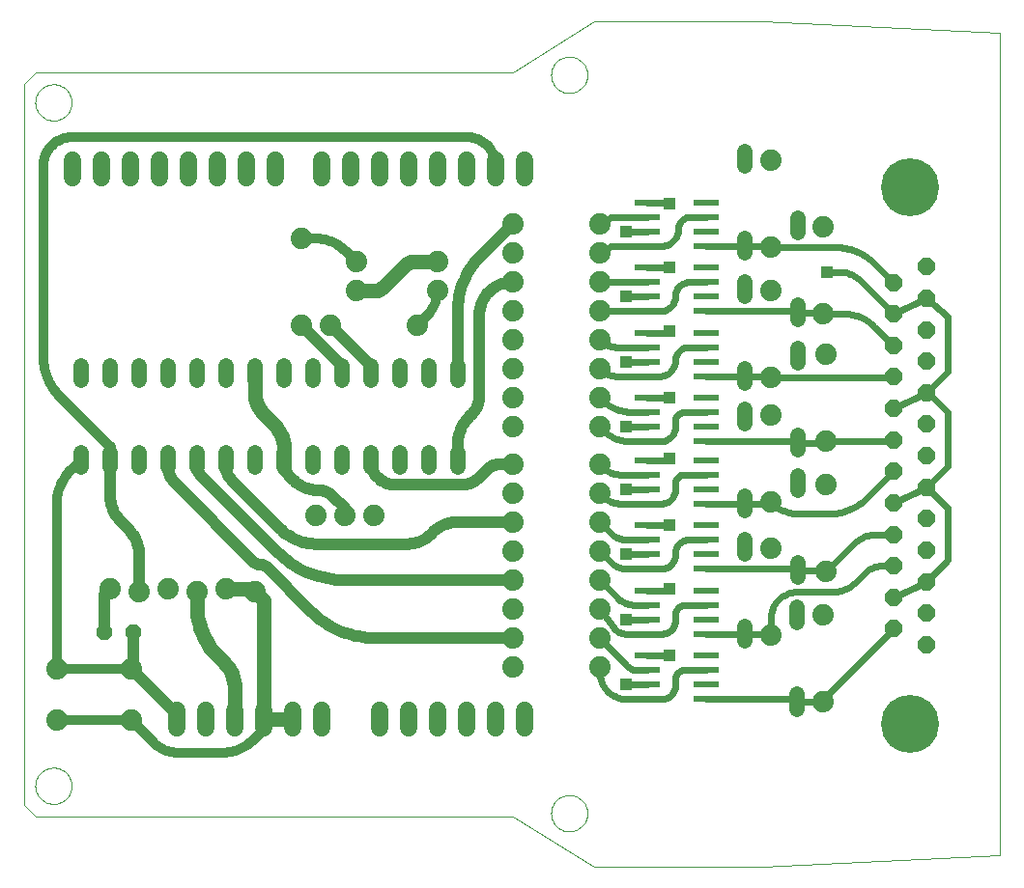
<source format=gtl>
G75*
G70*
%OFA0B0*%
%FSLAX24Y24*%
%IPPOS*%
%LPD*%
%AMOC8*
5,1,8,0,0,1.08239X$1,22.5*
%
%ADD10C,0.0000*%
%ADD11C,0.0600*%
%ADD12C,0.0520*%
%ADD13C,0.0740*%
%ADD14OC8,0.0520*%
%ADD15R,0.0866X0.0236*%
%ADD16OC8,0.0600*%
%ADD17C,0.2000*%
%ADD18C,0.0500*%
%ADD19C,0.0320*%
%ADD20C,0.0400*%
%ADD21C,0.0240*%
%ADD22R,0.0396X0.0396*%
D10*
X000143Y002250D02*
X000543Y001850D01*
X016993Y001850D01*
X019793Y000100D01*
X025593Y000100D01*
X033793Y000500D01*
X033793Y028900D01*
X025593Y029300D01*
X019793Y029300D01*
X016993Y027550D01*
X000543Y027550D01*
X000143Y027150D01*
X000143Y002250D01*
X000518Y002900D02*
X000520Y002950D01*
X000526Y002999D01*
X000536Y003048D01*
X000549Y003095D01*
X000567Y003142D01*
X000588Y003187D01*
X000612Y003230D01*
X000640Y003271D01*
X000671Y003310D01*
X000705Y003346D01*
X000742Y003380D01*
X000782Y003410D01*
X000823Y003437D01*
X000867Y003461D01*
X000912Y003481D01*
X000959Y003497D01*
X001007Y003510D01*
X001056Y003519D01*
X001106Y003524D01*
X001155Y003525D01*
X001205Y003522D01*
X001254Y003515D01*
X001303Y003504D01*
X001350Y003490D01*
X001396Y003471D01*
X001441Y003449D01*
X001484Y003424D01*
X001524Y003395D01*
X001562Y003363D01*
X001598Y003329D01*
X001631Y003291D01*
X001660Y003251D01*
X001686Y003209D01*
X001709Y003165D01*
X001728Y003119D01*
X001744Y003072D01*
X001756Y003023D01*
X001764Y002974D01*
X001768Y002925D01*
X001768Y002875D01*
X001764Y002826D01*
X001756Y002777D01*
X001744Y002728D01*
X001728Y002681D01*
X001709Y002635D01*
X001686Y002591D01*
X001660Y002549D01*
X001631Y002509D01*
X001598Y002471D01*
X001562Y002437D01*
X001524Y002405D01*
X001484Y002376D01*
X001441Y002351D01*
X001396Y002329D01*
X001350Y002310D01*
X001303Y002296D01*
X001254Y002285D01*
X001205Y002278D01*
X001155Y002275D01*
X001106Y002276D01*
X001056Y002281D01*
X001007Y002290D01*
X000959Y002303D01*
X000912Y002319D01*
X000867Y002339D01*
X000823Y002363D01*
X000782Y002390D01*
X000742Y002420D01*
X000705Y002454D01*
X000671Y002490D01*
X000640Y002529D01*
X000612Y002570D01*
X000588Y002613D01*
X000567Y002658D01*
X000549Y002705D01*
X000536Y002752D01*
X000526Y002801D01*
X000520Y002850D01*
X000518Y002900D01*
X018318Y001950D02*
X018320Y002000D01*
X018326Y002049D01*
X018336Y002098D01*
X018349Y002145D01*
X018367Y002192D01*
X018388Y002237D01*
X018412Y002280D01*
X018440Y002321D01*
X018471Y002360D01*
X018505Y002396D01*
X018542Y002430D01*
X018582Y002460D01*
X018623Y002487D01*
X018667Y002511D01*
X018712Y002531D01*
X018759Y002547D01*
X018807Y002560D01*
X018856Y002569D01*
X018906Y002574D01*
X018955Y002575D01*
X019005Y002572D01*
X019054Y002565D01*
X019103Y002554D01*
X019150Y002540D01*
X019196Y002521D01*
X019241Y002499D01*
X019284Y002474D01*
X019324Y002445D01*
X019362Y002413D01*
X019398Y002379D01*
X019431Y002341D01*
X019460Y002301D01*
X019486Y002259D01*
X019509Y002215D01*
X019528Y002169D01*
X019544Y002122D01*
X019556Y002073D01*
X019564Y002024D01*
X019568Y001975D01*
X019568Y001925D01*
X019564Y001876D01*
X019556Y001827D01*
X019544Y001778D01*
X019528Y001731D01*
X019509Y001685D01*
X019486Y001641D01*
X019460Y001599D01*
X019431Y001559D01*
X019398Y001521D01*
X019362Y001487D01*
X019324Y001455D01*
X019284Y001426D01*
X019241Y001401D01*
X019196Y001379D01*
X019150Y001360D01*
X019103Y001346D01*
X019054Y001335D01*
X019005Y001328D01*
X018955Y001325D01*
X018906Y001326D01*
X018856Y001331D01*
X018807Y001340D01*
X018759Y001353D01*
X018712Y001369D01*
X018667Y001389D01*
X018623Y001413D01*
X018582Y001440D01*
X018542Y001470D01*
X018505Y001504D01*
X018471Y001540D01*
X018440Y001579D01*
X018412Y001620D01*
X018388Y001663D01*
X018367Y001708D01*
X018349Y001755D01*
X018336Y001802D01*
X018326Y001851D01*
X018320Y001900D01*
X018318Y001950D01*
X000518Y026500D02*
X000520Y026550D01*
X000526Y026599D01*
X000536Y026648D01*
X000549Y026695D01*
X000567Y026742D01*
X000588Y026787D01*
X000612Y026830D01*
X000640Y026871D01*
X000671Y026910D01*
X000705Y026946D01*
X000742Y026980D01*
X000782Y027010D01*
X000823Y027037D01*
X000867Y027061D01*
X000912Y027081D01*
X000959Y027097D01*
X001007Y027110D01*
X001056Y027119D01*
X001106Y027124D01*
X001155Y027125D01*
X001205Y027122D01*
X001254Y027115D01*
X001303Y027104D01*
X001350Y027090D01*
X001396Y027071D01*
X001441Y027049D01*
X001484Y027024D01*
X001524Y026995D01*
X001562Y026963D01*
X001598Y026929D01*
X001631Y026891D01*
X001660Y026851D01*
X001686Y026809D01*
X001709Y026765D01*
X001728Y026719D01*
X001744Y026672D01*
X001756Y026623D01*
X001764Y026574D01*
X001768Y026525D01*
X001768Y026475D01*
X001764Y026426D01*
X001756Y026377D01*
X001744Y026328D01*
X001728Y026281D01*
X001709Y026235D01*
X001686Y026191D01*
X001660Y026149D01*
X001631Y026109D01*
X001598Y026071D01*
X001562Y026037D01*
X001524Y026005D01*
X001484Y025976D01*
X001441Y025951D01*
X001396Y025929D01*
X001350Y025910D01*
X001303Y025896D01*
X001254Y025885D01*
X001205Y025878D01*
X001155Y025875D01*
X001106Y025876D01*
X001056Y025881D01*
X001007Y025890D01*
X000959Y025903D01*
X000912Y025919D01*
X000867Y025939D01*
X000823Y025963D01*
X000782Y025990D01*
X000742Y026020D01*
X000705Y026054D01*
X000671Y026090D01*
X000640Y026129D01*
X000612Y026170D01*
X000588Y026213D01*
X000567Y026258D01*
X000549Y026305D01*
X000536Y026352D01*
X000526Y026401D01*
X000520Y026450D01*
X000518Y026500D01*
X018318Y027450D02*
X018320Y027500D01*
X018326Y027549D01*
X018336Y027598D01*
X018349Y027645D01*
X018367Y027692D01*
X018388Y027737D01*
X018412Y027780D01*
X018440Y027821D01*
X018471Y027860D01*
X018505Y027896D01*
X018542Y027930D01*
X018582Y027960D01*
X018623Y027987D01*
X018667Y028011D01*
X018712Y028031D01*
X018759Y028047D01*
X018807Y028060D01*
X018856Y028069D01*
X018906Y028074D01*
X018955Y028075D01*
X019005Y028072D01*
X019054Y028065D01*
X019103Y028054D01*
X019150Y028040D01*
X019196Y028021D01*
X019241Y027999D01*
X019284Y027974D01*
X019324Y027945D01*
X019362Y027913D01*
X019398Y027879D01*
X019431Y027841D01*
X019460Y027801D01*
X019486Y027759D01*
X019509Y027715D01*
X019528Y027669D01*
X019544Y027622D01*
X019556Y027573D01*
X019564Y027524D01*
X019568Y027475D01*
X019568Y027425D01*
X019564Y027376D01*
X019556Y027327D01*
X019544Y027278D01*
X019528Y027231D01*
X019509Y027185D01*
X019486Y027141D01*
X019460Y027099D01*
X019431Y027059D01*
X019398Y027021D01*
X019362Y026987D01*
X019324Y026955D01*
X019284Y026926D01*
X019241Y026901D01*
X019196Y026879D01*
X019150Y026860D01*
X019103Y026846D01*
X019054Y026835D01*
X019005Y026828D01*
X018955Y026825D01*
X018906Y026826D01*
X018856Y026831D01*
X018807Y026840D01*
X018759Y026853D01*
X018712Y026869D01*
X018667Y026889D01*
X018623Y026913D01*
X018582Y026940D01*
X018542Y026970D01*
X018505Y027004D01*
X018471Y027040D01*
X018440Y027079D01*
X018412Y027120D01*
X018388Y027163D01*
X018367Y027208D01*
X018349Y027255D01*
X018336Y027302D01*
X018326Y027351D01*
X018320Y027400D01*
X018318Y027450D01*
D11*
X017393Y024500D02*
X017393Y023900D01*
X016393Y023900D02*
X016393Y024500D01*
X015393Y024500D02*
X015393Y023900D01*
X014393Y023900D02*
X014393Y024500D01*
X013393Y024500D02*
X013393Y023900D01*
X012393Y023900D02*
X012393Y024500D01*
X011393Y024500D02*
X011393Y023900D01*
X010393Y023900D02*
X010393Y024500D01*
X008793Y024500D02*
X008793Y023900D01*
X007793Y023900D02*
X007793Y024500D01*
X006793Y024500D02*
X006793Y023900D01*
X005793Y023900D02*
X005793Y024500D01*
X004793Y024500D02*
X004793Y023900D01*
X003793Y023900D02*
X003793Y024500D01*
X002793Y024500D02*
X002793Y023900D01*
X001793Y023900D02*
X001793Y024500D01*
X005393Y005500D02*
X005393Y004900D01*
X006393Y004900D02*
X006393Y005500D01*
X007393Y005500D02*
X007393Y004900D01*
X008393Y004900D02*
X008393Y005500D01*
X009393Y005500D02*
X009393Y004900D01*
X010393Y004900D02*
X010393Y005500D01*
X012393Y005500D02*
X012393Y004900D01*
X013393Y004900D02*
X013393Y005500D01*
X014393Y005500D02*
X014393Y004900D01*
X015393Y004900D02*
X015393Y005500D01*
X016393Y005500D02*
X016393Y004900D01*
X017393Y004900D02*
X017393Y005500D01*
D12*
X024993Y007890D02*
X024993Y008410D01*
X026793Y008540D02*
X026793Y009060D01*
X026843Y010090D02*
X026843Y010610D01*
X024993Y010890D02*
X024993Y011410D01*
X024993Y012390D02*
X024993Y012910D01*
X026843Y013090D02*
X026843Y013610D01*
X026843Y014490D02*
X026843Y015010D01*
X024993Y015390D02*
X024993Y015910D01*
X024993Y016790D02*
X024993Y017310D01*
X026843Y017490D02*
X026843Y018010D01*
X026843Y018990D02*
X026843Y019510D01*
X024993Y019790D02*
X024993Y020310D01*
X024993Y021290D02*
X024993Y021810D01*
X026843Y021990D02*
X026843Y022510D01*
X024993Y024290D02*
X024993Y024810D01*
X015093Y017410D02*
X015093Y016890D01*
X014093Y016890D02*
X014093Y017410D01*
X013093Y017410D02*
X013093Y016890D01*
X012093Y016890D02*
X012093Y017410D01*
X011093Y017410D02*
X011093Y016890D01*
X010093Y016890D02*
X010093Y017410D01*
X009093Y017410D02*
X009093Y016890D01*
X008093Y016890D02*
X008093Y017410D01*
X007093Y017410D02*
X007093Y016890D01*
X006093Y016890D02*
X006093Y017410D01*
X005093Y017410D02*
X005093Y016890D01*
X004093Y016890D02*
X004093Y017410D01*
X003093Y017410D02*
X003093Y016890D01*
X002093Y016890D02*
X002093Y017410D01*
X002093Y014410D02*
X002093Y013890D01*
X003093Y013890D02*
X003093Y014410D01*
X004093Y014410D02*
X004093Y013890D01*
X005093Y013890D02*
X005093Y014410D01*
X006093Y014410D02*
X006093Y013890D01*
X007093Y013890D02*
X007093Y014410D01*
X008093Y014410D02*
X008093Y013890D01*
X009093Y013890D02*
X009093Y014410D01*
X010093Y014410D02*
X010093Y013890D01*
X011093Y013890D02*
X011093Y014410D01*
X012093Y014410D02*
X012093Y013890D01*
X013093Y013890D02*
X013093Y014410D01*
X014093Y014410D02*
X014093Y013890D01*
X015093Y013890D02*
X015093Y014410D01*
X026793Y006060D02*
X026793Y005540D01*
D13*
X027693Y005800D03*
X025893Y008100D03*
X027693Y008800D03*
X027793Y010300D03*
X025893Y011100D03*
X025893Y012700D03*
X027793Y013300D03*
X027793Y014800D03*
X025893Y015700D03*
X025893Y017000D03*
X027793Y017800D03*
X027693Y019200D03*
X025893Y020000D03*
X025893Y021500D03*
X027693Y022200D03*
X025893Y024500D03*
X019993Y022300D03*
X019993Y021300D03*
X019993Y020300D03*
X019993Y019300D03*
X019993Y018300D03*
X019993Y017300D03*
X019993Y016300D03*
X019993Y015300D03*
X019993Y014000D03*
X019993Y013000D03*
X019993Y012000D03*
X019993Y011000D03*
X019993Y010000D03*
X019993Y009000D03*
X019993Y008000D03*
X019993Y007000D03*
X016993Y007000D03*
X016993Y008000D03*
X016993Y009000D03*
X016993Y010000D03*
X016993Y011000D03*
X016993Y012000D03*
X016993Y013000D03*
X016993Y014000D03*
X016993Y015300D03*
X016993Y016300D03*
X016993Y017300D03*
X016993Y018300D03*
X016993Y019300D03*
X016993Y020300D03*
X016993Y021300D03*
X016993Y022300D03*
X014393Y021000D03*
X014393Y020000D03*
X013693Y018800D03*
X011593Y020000D03*
X011593Y021000D03*
X009693Y021800D03*
X009693Y018800D03*
X010693Y018800D03*
X010193Y012250D03*
X011193Y012250D03*
X012193Y012250D03*
X008093Y009600D03*
X007093Y009700D03*
X006093Y009600D03*
X005093Y009700D03*
X004093Y009600D03*
X003093Y009700D03*
X003823Y006940D03*
X003823Y005160D03*
X001263Y005160D03*
X001263Y006940D03*
D14*
X002893Y008200D03*
X003893Y008200D03*
D15*
X021620Y008150D03*
X021620Y008650D03*
X021620Y009150D03*
X021620Y009650D03*
X021620Y010400D03*
X021620Y010900D03*
X021620Y011400D03*
X021620Y011900D03*
X021620Y012650D03*
X021620Y013150D03*
X021620Y013650D03*
X021620Y014150D03*
X021620Y014800D03*
X021620Y015300D03*
X021620Y015800D03*
X021620Y016300D03*
X021620Y017050D03*
X021620Y017550D03*
X021620Y018050D03*
X021620Y018550D03*
X021620Y019300D03*
X021620Y019800D03*
X021620Y020300D03*
X021620Y020800D03*
X021620Y021550D03*
X021620Y022050D03*
X021620Y022550D03*
X021620Y023050D03*
X023667Y023050D03*
X023667Y022550D03*
X023667Y022050D03*
X023667Y021550D03*
X023667Y020800D03*
X023667Y020300D03*
X023667Y019800D03*
X023667Y019300D03*
X023667Y018550D03*
X023667Y018050D03*
X023667Y017550D03*
X023667Y017050D03*
X023667Y016300D03*
X023667Y015800D03*
X023667Y015300D03*
X023667Y014800D03*
X023667Y014150D03*
X023667Y013650D03*
X023667Y013150D03*
X023667Y012650D03*
X023667Y011900D03*
X023667Y011400D03*
X023667Y010900D03*
X023667Y010400D03*
X023667Y009650D03*
X023667Y009150D03*
X023667Y008650D03*
X023667Y008150D03*
X023667Y007400D03*
X023667Y006900D03*
X023667Y006400D03*
X023667Y005900D03*
X021620Y005900D03*
X021620Y006400D03*
X021620Y006900D03*
X021620Y007400D03*
D16*
X030133Y008320D03*
X031253Y007780D03*
X031253Y008870D03*
X031253Y009950D03*
X030133Y009410D03*
X030133Y010500D03*
X031253Y011040D03*
X030133Y011580D03*
X031253Y012130D03*
X031253Y013210D03*
X030133Y012670D03*
X030133Y013760D03*
X031253Y014300D03*
X030133Y014840D03*
X031253Y015390D03*
X030133Y015930D03*
X030133Y017020D03*
X031253Y017560D03*
X031253Y016470D03*
X030133Y018100D03*
X031253Y018650D03*
X030133Y019190D03*
X030133Y020280D03*
X031253Y020820D03*
X031253Y019730D03*
D17*
X030693Y023560D03*
X030693Y005040D03*
D18*
X013564Y021000D02*
X013524Y020998D01*
X013484Y020992D01*
X013444Y020982D01*
X013406Y020969D01*
X013370Y020951D01*
X013335Y020931D01*
X013303Y020906D01*
X013273Y020879D01*
X012510Y020117D01*
X012228Y020000D02*
X011593Y020000D01*
X012228Y020000D02*
X012267Y020002D01*
X012306Y020008D01*
X012344Y020017D01*
X012381Y020030D01*
X012417Y020047D01*
X012450Y020067D01*
X012482Y020091D01*
X012511Y020117D01*
X013564Y021000D02*
X014393Y021000D01*
X008093Y016437D02*
X008095Y016381D01*
X008100Y016324D01*
X008108Y016269D01*
X008120Y016213D01*
X008135Y016159D01*
X008154Y016106D01*
X008175Y016054D01*
X008200Y016003D01*
X008228Y015954D01*
X008258Y015906D01*
X008292Y015861D01*
X008328Y015818D01*
X008367Y015777D01*
X008367Y015776D02*
X008759Y015384D01*
X009093Y014577D02*
X009093Y014150D01*
X009093Y014577D02*
X009091Y014641D01*
X009086Y014705D01*
X009077Y014768D01*
X009064Y014831D01*
X009048Y014893D01*
X009029Y014954D01*
X009006Y015014D01*
X008980Y015072D01*
X008951Y015129D01*
X008918Y015184D01*
X008883Y015237D01*
X008844Y015288D01*
X008803Y015337D01*
X008759Y015384D01*
X008093Y016437D02*
X008093Y017150D01*
X008093Y009700D02*
X007093Y009700D01*
X008093Y009700D02*
X008093Y009600D01*
X008393Y009300D01*
X008393Y005200D01*
X009393Y005200D01*
X007393Y005200D02*
X007393Y006281D01*
X007026Y007167D02*
X006796Y007397D01*
X007026Y007167D02*
X007071Y007119D01*
X007114Y007070D01*
X007154Y007017D01*
X007191Y006963D01*
X007225Y006908D01*
X007256Y006850D01*
X007285Y006791D01*
X007310Y006730D01*
X007332Y006668D01*
X007350Y006605D01*
X007366Y006542D01*
X007378Y006477D01*
X007386Y006412D01*
X007391Y006347D01*
X007393Y006281D01*
X006796Y007397D02*
X006719Y007477D01*
X006647Y007561D01*
X006578Y007648D01*
X006513Y007738D01*
X006452Y007831D01*
X006396Y007926D01*
X006345Y008024D01*
X006297Y008125D01*
X006255Y008227D01*
X006217Y008331D01*
X006185Y008437D01*
X006157Y008545D01*
X006134Y008653D01*
X006116Y008762D01*
X006103Y008873D01*
X006096Y008983D01*
X006093Y009094D01*
X006093Y009600D01*
D19*
X003893Y007010D02*
X003823Y006940D01*
X001263Y006940D01*
X001263Y012651D01*
X001736Y013793D02*
X002093Y014150D01*
X003093Y014600D02*
X001422Y016271D01*
X000793Y017789D02*
X000793Y024300D01*
X000795Y024360D01*
X000800Y024421D01*
X000809Y024480D01*
X000822Y024539D01*
X000838Y024598D01*
X000858Y024655D01*
X000881Y024710D01*
X000908Y024765D01*
X000937Y024817D01*
X000970Y024868D01*
X001006Y024917D01*
X001044Y024963D01*
X001086Y025007D01*
X001130Y025049D01*
X001176Y025087D01*
X001225Y025123D01*
X001276Y025156D01*
X001328Y025185D01*
X001383Y025212D01*
X001438Y025235D01*
X001495Y025255D01*
X001554Y025271D01*
X001613Y025284D01*
X001672Y025293D01*
X001733Y025298D01*
X001793Y025300D01*
X015438Y025300D01*
X015498Y025298D01*
X015558Y025292D01*
X015617Y025283D01*
X015675Y025270D01*
X015733Y025253D01*
X015790Y025233D01*
X015845Y025209D01*
X015898Y025182D01*
X015950Y025151D01*
X015999Y025118D01*
X016047Y025081D01*
X016092Y025041D01*
X016134Y024999D01*
X016174Y024954D01*
X016211Y024906D01*
X016244Y024857D01*
X016275Y024805D01*
X016302Y024752D01*
X016326Y024697D01*
X016346Y024640D01*
X016363Y024582D01*
X016376Y024524D01*
X016385Y024465D01*
X016391Y024405D01*
X016393Y024345D01*
X016393Y024200D01*
X014393Y020000D02*
X014391Y019932D01*
X014385Y019865D01*
X014376Y019798D01*
X014363Y019731D01*
X014346Y019666D01*
X014325Y019601D01*
X014301Y019538D01*
X014273Y019476D01*
X014242Y019416D01*
X014208Y019358D01*
X014170Y019302D01*
X014130Y019247D01*
X014086Y019196D01*
X014039Y019147D01*
X014040Y019146D02*
X013693Y018800D01*
X011593Y021000D02*
X011224Y021369D01*
X010184Y021800D02*
X009693Y021800D01*
X010184Y021800D02*
X010256Y021798D01*
X010328Y021793D01*
X010400Y021784D01*
X010471Y021772D01*
X010541Y021756D01*
X010611Y021737D01*
X010680Y021714D01*
X010747Y021688D01*
X010813Y021659D01*
X010877Y021626D01*
X010940Y021591D01*
X011001Y021552D01*
X011060Y021511D01*
X011117Y021466D01*
X011172Y021419D01*
X011224Y021369D01*
X000793Y017789D02*
X000795Y017690D01*
X000802Y017591D01*
X000814Y017492D01*
X000830Y017394D01*
X000850Y017297D01*
X000875Y017201D01*
X000904Y017107D01*
X000938Y017013D01*
X000976Y016922D01*
X001018Y016832D01*
X001064Y016744D01*
X001115Y016659D01*
X001169Y016576D01*
X001227Y016495D01*
X001288Y016417D01*
X001353Y016343D01*
X001422Y016271D01*
X001736Y013793D02*
X001681Y013736D01*
X001630Y013676D01*
X001581Y013613D01*
X001535Y013548D01*
X001493Y013481D01*
X001454Y013412D01*
X001418Y013342D01*
X001386Y013269D01*
X001357Y013195D01*
X001333Y013120D01*
X001311Y013043D01*
X001294Y012966D01*
X001280Y012888D01*
X001271Y012809D01*
X001265Y012730D01*
X001263Y012651D01*
X005393Y005370D02*
X005393Y005200D01*
X004594Y004389D02*
X004642Y004345D01*
X004691Y004303D01*
X004743Y004264D01*
X004797Y004228D01*
X004853Y004195D01*
X004911Y004165D01*
X004970Y004138D01*
X005031Y004115D01*
X005093Y004095D01*
X005156Y004079D01*
X005220Y004066D01*
X005284Y004057D01*
X005349Y004052D01*
X005414Y004050D01*
X007028Y004050D01*
X007993Y004450D02*
X008393Y004850D01*
X008393Y005200D01*
X007993Y004450D02*
X007941Y004401D01*
X007887Y004354D01*
X007830Y004311D01*
X007771Y004270D01*
X007711Y004233D01*
X007648Y004199D01*
X007583Y004168D01*
X007517Y004141D01*
X007450Y004117D01*
X007381Y004097D01*
X007312Y004080D01*
X007242Y004067D01*
X007171Y004057D01*
X007099Y004052D01*
X007028Y004050D01*
X004594Y004390D02*
X003823Y005160D01*
X001263Y005160D01*
D20*
X003823Y006940D02*
X005393Y005370D01*
X003893Y007010D02*
X003893Y008200D01*
X002893Y008200D02*
X002893Y009500D01*
X003093Y009700D01*
X004093Y009600D02*
X004093Y010931D01*
X003762Y011731D02*
X003504Y011989D01*
X003762Y011731D02*
X003805Y011685D01*
X003846Y011636D01*
X003884Y011585D01*
X003920Y011533D01*
X003952Y011478D01*
X003981Y011422D01*
X004007Y011364D01*
X004030Y011305D01*
X004049Y011244D01*
X004065Y011183D01*
X004077Y011120D01*
X004086Y011058D01*
X004091Y010994D01*
X004093Y010931D01*
X003504Y011988D02*
X003454Y012042D01*
X003406Y012097D01*
X003361Y012156D01*
X003320Y012216D01*
X003281Y012279D01*
X003246Y012344D01*
X003214Y012410D01*
X003186Y012478D01*
X003162Y012547D01*
X003141Y012618D01*
X003124Y012689D01*
X003110Y012761D01*
X003101Y012834D01*
X003095Y012908D01*
X003093Y012981D01*
X003093Y014150D01*
X003093Y014600D01*
X005093Y014150D02*
X005093Y013927D01*
X005325Y013368D02*
X008083Y010610D01*
X008104Y010593D01*
X008126Y010578D01*
X008150Y010566D01*
X008176Y010557D01*
X008202Y010552D01*
X008229Y010550D01*
X008486Y010457D02*
X010013Y008931D01*
X011209Y010000D02*
X016993Y010000D01*
X016993Y012000D02*
X015037Y012000D01*
X014972Y011998D01*
X014908Y011992D01*
X014844Y011982D01*
X014781Y011969D01*
X014719Y011952D01*
X014658Y011930D01*
X014598Y011906D01*
X014540Y011877D01*
X014483Y011846D01*
X014429Y011811D01*
X014377Y011772D01*
X014327Y011731D01*
X014280Y011687D01*
X013331Y011250D02*
X010247Y011250D01*
X011193Y012250D02*
X011193Y012500D01*
X010779Y012915D01*
X010247Y011250D02*
X010163Y011252D01*
X010079Y011258D01*
X009996Y011267D01*
X009913Y011281D01*
X009830Y011298D01*
X009749Y011319D01*
X009669Y011344D01*
X009590Y011373D01*
X009512Y011405D01*
X009436Y011441D01*
X009361Y011480D01*
X009289Y011523D01*
X009218Y011569D01*
X009150Y011618D01*
X009084Y011670D01*
X009021Y011725D01*
X008960Y011783D01*
X007293Y013451D01*
X007093Y013932D02*
X007093Y014150D01*
X006242Y013600D02*
X006212Y013633D01*
X006185Y013668D01*
X006161Y013706D01*
X006141Y013745D01*
X006124Y013787D01*
X006110Y013829D01*
X006101Y013872D01*
X006095Y013917D01*
X006093Y013961D01*
X006093Y014150D01*
X005093Y013927D02*
X005095Y013875D01*
X005100Y013824D01*
X005108Y013773D01*
X005120Y013722D01*
X005135Y013673D01*
X005153Y013624D01*
X005175Y013577D01*
X005199Y013531D01*
X005226Y013488D01*
X005256Y013445D01*
X005289Y013405D01*
X005325Y013368D01*
X006243Y013601D02*
X008878Y010966D01*
X008485Y010457D02*
X008459Y010481D01*
X008430Y010502D01*
X008399Y010519D01*
X008366Y010532D01*
X008332Y010542D01*
X008297Y010548D01*
X008262Y010550D01*
X010331Y013100D02*
X010381Y013098D01*
X010430Y013092D01*
X010479Y013083D01*
X010526Y013069D01*
X010573Y013052D01*
X010618Y013031D01*
X010661Y013007D01*
X010702Y012979D01*
X010741Y012949D01*
X010778Y012915D01*
X008878Y010966D02*
X008988Y010860D01*
X009103Y010761D01*
X009222Y010666D01*
X009346Y010577D01*
X009473Y010494D01*
X009605Y010417D01*
X009739Y010346D01*
X009877Y010281D01*
X010018Y010223D01*
X010161Y010171D01*
X010307Y010126D01*
X010454Y010088D01*
X010603Y010056D01*
X010753Y010032D01*
X010905Y010014D01*
X011057Y010004D01*
X011209Y010000D01*
X010013Y008931D02*
X010119Y008829D01*
X010230Y008733D01*
X010345Y008642D01*
X010464Y008556D01*
X010587Y008476D01*
X010714Y008402D01*
X010843Y008333D01*
X010976Y008271D01*
X011112Y008215D01*
X011250Y008165D01*
X011390Y008121D01*
X011532Y008084D01*
X011676Y008054D01*
X011821Y008030D01*
X011967Y008014D01*
X012113Y008003D01*
X012260Y008000D01*
X016993Y008000D01*
X014206Y011613D02*
X014156Y011565D01*
X014103Y011520D01*
X014047Y011478D01*
X013990Y011440D01*
X013930Y011404D01*
X013868Y011373D01*
X013805Y011344D01*
X013740Y011319D01*
X013674Y011298D01*
X013606Y011281D01*
X013538Y011267D01*
X013470Y011258D01*
X013400Y011252D01*
X013331Y011250D01*
X012925Y013300D02*
X015261Y013300D01*
X015828Y013535D02*
X016122Y013829D01*
X016536Y014000D02*
X016993Y014000D01*
X016536Y014000D02*
X016490Y013998D01*
X016444Y013993D01*
X016399Y013984D01*
X016355Y013971D01*
X016312Y013955D01*
X016270Y013936D01*
X016230Y013914D01*
X016192Y013888D01*
X016156Y013860D01*
X016122Y013829D01*
X015828Y013535D02*
X015790Y013499D01*
X015749Y013466D01*
X015707Y013435D01*
X015662Y013407D01*
X015616Y013383D01*
X015568Y013361D01*
X015519Y013343D01*
X015469Y013327D01*
X015417Y013315D01*
X015366Y013307D01*
X015313Y013302D01*
X015261Y013300D01*
X015093Y014670D02*
X015095Y014743D01*
X015101Y014816D01*
X015110Y014889D01*
X015124Y014961D01*
X015141Y015033D01*
X015162Y015103D01*
X015186Y015172D01*
X015214Y015240D01*
X015246Y015306D01*
X015281Y015370D01*
X015319Y015433D01*
X015361Y015493D01*
X015405Y015552D01*
X015453Y015607D01*
X015503Y015661D01*
X015504Y015660D02*
X015593Y015750D01*
X015843Y016354D02*
X015843Y019150D01*
X015093Y019279D02*
X015093Y017150D01*
X015843Y016354D02*
X015841Y016298D01*
X015836Y016243D01*
X015827Y016187D01*
X015814Y016133D01*
X015798Y016079D01*
X015778Y016027D01*
X015755Y015976D01*
X015729Y015927D01*
X015699Y015880D01*
X015667Y015834D01*
X015631Y015791D01*
X015593Y015750D01*
X012925Y013300D02*
X012868Y013302D01*
X012812Y013308D01*
X012756Y013317D01*
X012701Y013331D01*
X012646Y013348D01*
X012594Y013369D01*
X012542Y013393D01*
X012493Y013421D01*
X012445Y013452D01*
X012400Y013487D01*
X012357Y013524D01*
X012317Y013564D01*
X012280Y013607D01*
X012245Y013652D01*
X012214Y013700D01*
X012186Y013749D01*
X012162Y013801D01*
X012141Y013853D01*
X012124Y013908D01*
X012110Y013963D01*
X012101Y014019D01*
X012095Y014075D01*
X012093Y014132D01*
X010324Y013100D02*
X010257Y013102D01*
X010190Y013107D01*
X010124Y013116D01*
X010058Y013128D01*
X009992Y013144D01*
X009928Y013163D01*
X009865Y013185D01*
X009803Y013211D01*
X009742Y013240D01*
X009683Y013272D01*
X009626Y013307D01*
X009571Y013345D01*
X009518Y013385D01*
X009467Y013429D01*
X009418Y013475D01*
X009093Y013800D01*
X009093Y014150D01*
X007292Y013451D02*
X007259Y013487D01*
X007229Y013524D01*
X007201Y013564D01*
X007176Y013606D01*
X007154Y013650D01*
X007136Y013694D01*
X007121Y013740D01*
X007109Y013787D01*
X007100Y013835D01*
X007095Y013883D01*
X007093Y013932D01*
X011093Y017400D02*
X009693Y018800D01*
X010693Y018800D02*
X012093Y017400D01*
X015886Y021193D02*
X016993Y022300D01*
X015886Y021192D02*
X015794Y021096D01*
X015707Y020996D01*
X015626Y020891D01*
X015549Y020782D01*
X015478Y020670D01*
X015413Y020555D01*
X015353Y020436D01*
X015299Y020315D01*
X015251Y020191D01*
X015210Y020065D01*
X015174Y019937D01*
X015145Y019807D01*
X015122Y019676D01*
X015106Y019544D01*
X015096Y019412D01*
X015093Y019279D01*
X015843Y019150D02*
X015845Y019217D01*
X015851Y019284D01*
X015860Y019350D01*
X015874Y019415D01*
X015891Y019480D01*
X015912Y019543D01*
X015937Y019605D01*
X015965Y019666D01*
X015997Y019725D01*
X016032Y019782D01*
X016071Y019837D01*
X016112Y019889D01*
X016157Y019939D01*
X016204Y019986D01*
X016254Y020031D01*
X016306Y020072D01*
X016361Y020111D01*
X016418Y020146D01*
X016477Y020178D01*
X016538Y020206D01*
X016600Y020231D01*
X016663Y020252D01*
X016728Y020269D01*
X016793Y020283D01*
X016859Y020292D01*
X016926Y020298D01*
X016993Y020300D01*
D21*
X019993Y020300D02*
X021620Y020300D01*
X021620Y020800D02*
X022393Y020800D01*
X023093Y020300D02*
X023667Y020300D01*
X023093Y020300D02*
X023049Y020298D01*
X023006Y020292D01*
X022964Y020283D01*
X022922Y020270D01*
X022882Y020253D01*
X022843Y020233D01*
X022806Y020210D01*
X022772Y020183D01*
X022739Y020154D01*
X022710Y020121D01*
X022683Y020087D01*
X022660Y020050D01*
X022640Y020011D01*
X022623Y019971D01*
X022610Y019929D01*
X022601Y019887D01*
X022595Y019844D01*
X022593Y019800D01*
X022591Y019756D01*
X022585Y019713D01*
X022576Y019671D01*
X022563Y019629D01*
X022546Y019589D01*
X022526Y019550D01*
X022503Y019513D01*
X022476Y019479D01*
X022447Y019446D01*
X022414Y019417D01*
X022380Y019390D01*
X022343Y019367D01*
X022304Y019347D01*
X022264Y019330D01*
X022222Y019317D01*
X022180Y019308D01*
X022137Y019302D01*
X022093Y019300D01*
X021620Y019300D01*
X019993Y019300D01*
X019993Y018300D02*
X020034Y018262D01*
X020077Y018226D01*
X020123Y018194D01*
X020170Y018164D01*
X020219Y018138D01*
X020270Y018115D01*
X020322Y018095D01*
X020376Y018079D01*
X020430Y018066D01*
X020486Y018057D01*
X020541Y018052D01*
X020597Y018050D01*
X021620Y018050D01*
X021620Y017550D02*
X020893Y017550D01*
X020007Y016287D02*
X020062Y016234D01*
X020120Y016183D01*
X020180Y016136D01*
X020243Y016091D01*
X020307Y016049D01*
X020373Y016010D01*
X020441Y015974D01*
X020511Y015942D01*
X020582Y015912D01*
X020654Y015886D01*
X020727Y015863D01*
X020801Y015844D01*
X020877Y015828D01*
X020952Y015816D01*
X021029Y015807D01*
X021105Y015802D01*
X021182Y015800D01*
X021620Y015800D01*
X021620Y015300D02*
X020893Y015300D01*
X021017Y014800D02*
X021620Y014800D01*
X022101Y014800D01*
X022144Y014802D01*
X022186Y014807D01*
X022228Y014817D01*
X022269Y014830D01*
X022309Y014846D01*
X022347Y014866D01*
X022383Y014889D01*
X022417Y014915D01*
X022449Y014944D01*
X022478Y014976D01*
X022504Y015010D01*
X022527Y015046D01*
X022547Y015084D01*
X022563Y015124D01*
X022576Y015165D01*
X022586Y015207D01*
X022591Y015249D01*
X022593Y015292D01*
X022593Y015496D01*
X022595Y015530D01*
X022601Y015564D01*
X022610Y015596D01*
X022623Y015628D01*
X022640Y015658D01*
X022659Y015686D01*
X022682Y015711D01*
X022707Y015734D01*
X022735Y015753D01*
X022765Y015770D01*
X022797Y015783D01*
X022829Y015792D01*
X022863Y015798D01*
X022897Y015800D01*
X023667Y015800D01*
X023667Y014800D02*
X026793Y014800D01*
X026806Y014798D01*
X026818Y014793D01*
X026828Y014785D01*
X026836Y014775D01*
X026841Y014763D01*
X026843Y014750D01*
X027743Y014750D01*
X027756Y014752D01*
X027768Y014757D01*
X027778Y014765D01*
X027786Y014775D01*
X027791Y014787D01*
X027793Y014800D01*
X030093Y014800D01*
X030133Y014840D01*
X030133Y013760D02*
X029212Y012839D01*
X030133Y012670D02*
X031253Y013210D01*
X031993Y013950D01*
X031993Y015800D01*
X031323Y016470D01*
X031253Y016470D01*
X031993Y017210D01*
X031993Y019100D01*
X031253Y019730D01*
X030133Y019190D01*
X028968Y020355D01*
X029470Y020943D02*
X030133Y020280D01*
X029449Y018784D02*
X030133Y018100D01*
X030113Y017000D02*
X025893Y017000D01*
X025843Y017050D01*
X024993Y017050D01*
X023667Y017050D01*
X023065Y018050D02*
X023024Y018048D01*
X022983Y018043D01*
X022943Y018034D01*
X022904Y018022D01*
X022866Y018006D01*
X022829Y017987D01*
X022794Y017965D01*
X022762Y017940D01*
X022731Y017912D01*
X022703Y017881D01*
X022678Y017849D01*
X022656Y017814D01*
X022637Y017777D01*
X022621Y017739D01*
X022609Y017700D01*
X022600Y017660D01*
X022595Y017619D01*
X022593Y017578D01*
X022591Y017534D01*
X022586Y017491D01*
X022577Y017448D01*
X022564Y017407D01*
X022549Y017366D01*
X022529Y017327D01*
X022507Y017289D01*
X022482Y017254D01*
X022453Y017220D01*
X022423Y017190D01*
X022389Y017161D01*
X022354Y017136D01*
X022316Y017114D01*
X022277Y017094D01*
X022236Y017079D01*
X022195Y017066D01*
X022152Y017057D01*
X022109Y017052D01*
X022065Y017050D01*
X021620Y017050D01*
X020577Y017050D01*
X020007Y017286D02*
X019993Y017300D01*
X020007Y017286D02*
X020046Y017250D01*
X020086Y017217D01*
X020129Y017186D01*
X020174Y017158D01*
X020221Y017133D01*
X020269Y017111D01*
X020318Y017093D01*
X020368Y017077D01*
X020420Y017065D01*
X020472Y017057D01*
X020524Y017052D01*
X020577Y017050D01*
X019993Y016300D02*
X020007Y016287D01*
X020123Y015171D02*
X020171Y015125D01*
X020221Y015082D01*
X020273Y015042D01*
X020328Y015004D01*
X020385Y014969D01*
X020443Y014938D01*
X020502Y014909D01*
X020564Y014884D01*
X020626Y014862D01*
X020690Y014843D01*
X020754Y014828D01*
X020819Y014816D01*
X020885Y014807D01*
X020951Y014802D01*
X021017Y014800D01*
X020714Y013650D02*
X020656Y013652D01*
X020597Y013658D01*
X020540Y013667D01*
X020483Y013680D01*
X020427Y013697D01*
X020372Y013718D01*
X020319Y013742D01*
X020267Y013770D01*
X020217Y013801D01*
X020170Y013835D01*
X020125Y013872D01*
X020082Y013912D01*
X020081Y013912D02*
X019993Y014000D01*
X020714Y013650D02*
X021620Y013650D01*
X021620Y013150D02*
X020893Y013150D01*
X020705Y012650D02*
X020648Y012652D01*
X020591Y012657D01*
X020535Y012667D01*
X020479Y012680D01*
X020424Y012696D01*
X020371Y012716D01*
X020319Y012740D01*
X020269Y012767D01*
X020220Y012797D01*
X020174Y012830D01*
X020129Y012867D01*
X020088Y012906D01*
X019993Y013000D01*
X020705Y012650D02*
X021620Y012650D01*
X022119Y012650D01*
X022160Y012652D01*
X022201Y012657D01*
X022242Y012666D01*
X022281Y012679D01*
X022319Y012694D01*
X022356Y012714D01*
X022391Y012736D01*
X022424Y012761D01*
X022454Y012789D01*
X022482Y012819D01*
X022507Y012852D01*
X022529Y012887D01*
X022549Y012924D01*
X022564Y012962D01*
X022577Y013001D01*
X022586Y013042D01*
X022591Y013083D01*
X022593Y013124D01*
X022593Y013330D01*
X022595Y013363D01*
X022600Y013397D01*
X022609Y013429D01*
X022621Y013460D01*
X022636Y013490D01*
X022654Y013518D01*
X022675Y013544D01*
X022699Y013568D01*
X022725Y013589D01*
X022753Y013607D01*
X022783Y013622D01*
X022814Y013634D01*
X022846Y013643D01*
X022880Y013648D01*
X022913Y013650D01*
X023667Y013650D01*
X023667Y012650D02*
X024993Y012650D01*
X025893Y012650D01*
X025893Y012700D01*
X026859Y012300D02*
X027911Y012300D01*
X028758Y011265D02*
X027793Y010300D01*
X027743Y010350D01*
X026843Y010350D01*
X026793Y010400D01*
X023667Y010400D01*
X023065Y011400D02*
X023024Y011398D01*
X022983Y011393D01*
X022943Y011384D01*
X022904Y011372D01*
X022866Y011356D01*
X022829Y011337D01*
X022794Y011315D01*
X022762Y011290D01*
X022731Y011262D01*
X022703Y011231D01*
X022678Y011199D01*
X022656Y011164D01*
X022637Y011127D01*
X022621Y011089D01*
X022609Y011050D01*
X022600Y011010D01*
X022595Y010969D01*
X022593Y010928D01*
X022593Y010872D01*
X022594Y010872D02*
X022592Y010831D01*
X022587Y010790D01*
X022578Y010750D01*
X022566Y010711D01*
X022550Y010673D01*
X022531Y010636D01*
X022509Y010601D01*
X022484Y010569D01*
X022456Y010538D01*
X022425Y010510D01*
X022393Y010485D01*
X022358Y010463D01*
X022321Y010444D01*
X022283Y010428D01*
X022244Y010416D01*
X022204Y010407D01*
X022163Y010402D01*
X022122Y010400D01*
X021620Y010400D01*
X020918Y010400D01*
X020364Y010629D02*
X019993Y011000D01*
X020353Y011640D02*
X019993Y012000D01*
X020353Y011640D02*
X020392Y011603D01*
X020434Y011569D01*
X020477Y011538D01*
X020523Y011510D01*
X020570Y011485D01*
X020619Y011462D01*
X020669Y011444D01*
X020721Y011428D01*
X020773Y011416D01*
X020826Y011407D01*
X020879Y011402D01*
X020933Y011400D01*
X021620Y011400D01*
X021620Y010900D02*
X020893Y010900D01*
X020918Y010400D02*
X020867Y010402D01*
X020816Y010407D01*
X020765Y010415D01*
X020715Y010427D01*
X020666Y010442D01*
X020618Y010460D01*
X020572Y010481D01*
X020527Y010505D01*
X020483Y010532D01*
X020441Y010562D01*
X020402Y010594D01*
X020364Y010629D01*
X019993Y010000D02*
X020603Y009390D01*
X021183Y009150D02*
X021620Y009150D01*
X021620Y009650D02*
X022393Y009650D01*
X022393Y009700D01*
X022954Y009150D02*
X023667Y009150D01*
X022954Y009150D02*
X022916Y009148D01*
X022879Y009142D01*
X022842Y009132D01*
X022807Y009119D01*
X022774Y009102D01*
X022742Y009081D01*
X022712Y009057D01*
X022686Y009031D01*
X022662Y009001D01*
X022641Y008969D01*
X022624Y008936D01*
X022611Y008901D01*
X022601Y008864D01*
X022595Y008827D01*
X022593Y008789D01*
X022593Y008611D01*
X022591Y008571D01*
X022586Y008531D01*
X022577Y008492D01*
X022565Y008453D01*
X022550Y008416D01*
X022531Y008380D01*
X022510Y008347D01*
X022485Y008315D01*
X022458Y008285D01*
X022428Y008258D01*
X022396Y008233D01*
X022362Y008212D01*
X022327Y008193D01*
X022290Y008178D01*
X022251Y008166D01*
X022212Y008157D01*
X022172Y008152D01*
X022132Y008150D01*
X021620Y008150D01*
X020898Y008150D01*
X020489Y008352D02*
X019993Y009000D01*
X020489Y008352D02*
X020516Y008319D01*
X020547Y008289D01*
X020579Y008261D01*
X020614Y008235D01*
X020651Y008213D01*
X020689Y008194D01*
X020729Y008178D01*
X020770Y008166D01*
X020812Y008157D01*
X020855Y008152D01*
X020898Y008150D01*
X020893Y008650D02*
X021620Y008650D01*
X021620Y007400D02*
X022393Y007400D01*
X022913Y006900D02*
X023667Y006900D01*
X022913Y006900D02*
X022880Y006898D01*
X022846Y006893D01*
X022814Y006884D01*
X022783Y006872D01*
X022753Y006857D01*
X022725Y006839D01*
X022699Y006818D01*
X022675Y006794D01*
X022654Y006768D01*
X022636Y006740D01*
X022621Y006710D01*
X022609Y006679D01*
X022600Y006647D01*
X022595Y006613D01*
X022593Y006580D01*
X022593Y006361D01*
X022591Y006321D01*
X022586Y006281D01*
X022577Y006242D01*
X022565Y006203D01*
X022550Y006166D01*
X022531Y006130D01*
X022510Y006097D01*
X022485Y006065D01*
X022458Y006035D01*
X022428Y006008D01*
X022396Y005983D01*
X022362Y005962D01*
X022327Y005943D01*
X022290Y005928D01*
X022251Y005916D01*
X022212Y005907D01*
X022172Y005902D01*
X022132Y005900D01*
X021620Y005900D01*
X020911Y005900D01*
X020893Y006400D02*
X021620Y006400D01*
X021620Y006900D02*
X021255Y006900D01*
X020979Y007014D02*
X019993Y008000D01*
X019993Y007000D02*
X019993Y006818D01*
X019995Y006760D01*
X020000Y006703D01*
X020009Y006646D01*
X020022Y006590D01*
X020038Y006534D01*
X020057Y006480D01*
X020080Y006427D01*
X020107Y006376D01*
X020136Y006326D01*
X020168Y006278D01*
X020204Y006233D01*
X020242Y006190D01*
X020283Y006149D01*
X020326Y006111D01*
X020371Y006075D01*
X020419Y006043D01*
X020469Y006014D01*
X020520Y005987D01*
X020573Y005964D01*
X020627Y005945D01*
X020683Y005929D01*
X020739Y005916D01*
X020796Y005907D01*
X020853Y005902D01*
X020911Y005900D01*
X021255Y006900D02*
X021217Y006902D01*
X021179Y006908D01*
X021141Y006917D01*
X021105Y006930D01*
X021071Y006946D01*
X021038Y006966D01*
X021007Y006989D01*
X020979Y007015D01*
X023667Y005900D02*
X026693Y005900D01*
X026793Y005800D01*
X027693Y005800D01*
X027693Y005880D01*
X030133Y008320D01*
X030133Y009410D02*
X031253Y009950D01*
X031993Y010690D01*
X031993Y012500D01*
X031283Y013210D01*
X031253Y013210D01*
X030133Y011580D02*
X029519Y011580D01*
X029459Y011578D01*
X029399Y011573D01*
X029339Y011565D01*
X029280Y011553D01*
X029221Y011538D01*
X029164Y011520D01*
X029107Y011498D01*
X029052Y011473D01*
X028999Y011446D01*
X028947Y011415D01*
X028896Y011382D01*
X028848Y011345D01*
X028802Y011306D01*
X028758Y011265D01*
X028846Y009953D02*
X028797Y009906D01*
X028746Y009863D01*
X028692Y009822D01*
X028636Y009785D01*
X028577Y009750D01*
X028517Y009719D01*
X028456Y009692D01*
X028393Y009668D01*
X028328Y009647D01*
X028263Y009630D01*
X028197Y009617D01*
X028130Y009608D01*
X028063Y009602D01*
X027995Y009600D01*
X026815Y009600D01*
X026757Y009598D01*
X026699Y009593D01*
X026642Y009584D01*
X026586Y009571D01*
X026530Y009555D01*
X026476Y009535D01*
X026422Y009512D01*
X026371Y009486D01*
X026321Y009456D01*
X026273Y009424D01*
X026227Y009388D01*
X026184Y009350D01*
X026143Y009309D01*
X026105Y009266D01*
X026069Y009220D01*
X026037Y009172D01*
X026007Y009122D01*
X025981Y009071D01*
X025958Y009017D01*
X025938Y008963D01*
X025922Y008907D01*
X025909Y008851D01*
X025900Y008794D01*
X025895Y008736D01*
X025893Y008678D01*
X025893Y008100D01*
X025843Y008150D01*
X024993Y008150D01*
X023667Y008150D01*
X021183Y009150D02*
X021129Y009152D01*
X021076Y009157D01*
X021023Y009166D01*
X020971Y009178D01*
X020919Y009194D01*
X020869Y009212D01*
X020820Y009235D01*
X020773Y009260D01*
X020727Y009288D01*
X020684Y009319D01*
X020642Y009353D01*
X020603Y009390D01*
X023065Y011400D02*
X023667Y011400D01*
X022393Y011900D02*
X021620Y011900D01*
X021620Y014150D02*
X022393Y014150D01*
X022393Y014200D01*
X020123Y015170D02*
X019993Y015300D01*
X021620Y016300D02*
X022393Y016300D01*
X023065Y018050D02*
X023667Y018050D01*
X023667Y019300D02*
X026793Y019300D01*
X026843Y019250D01*
X027643Y019250D01*
X027693Y019200D01*
X028445Y019200D01*
X028968Y020355D02*
X028924Y020397D01*
X028877Y020436D01*
X028828Y020472D01*
X028777Y020505D01*
X028725Y020535D01*
X028670Y020561D01*
X028614Y020585D01*
X028556Y020604D01*
X028498Y020621D01*
X028438Y020634D01*
X028378Y020643D01*
X028318Y020648D01*
X028257Y020650D01*
X027843Y020650D01*
X028126Y021500D02*
X025893Y021500D01*
X025843Y021550D01*
X024993Y021550D01*
X023667Y021550D01*
X022694Y022103D02*
X022696Y022144D01*
X022702Y022185D01*
X022711Y022225D01*
X022724Y022264D01*
X022741Y022302D01*
X022761Y022338D01*
X022784Y022372D01*
X022811Y022404D01*
X022840Y022433D01*
X022872Y022460D01*
X022906Y022483D01*
X022942Y022503D01*
X022980Y022520D01*
X023019Y022533D01*
X023059Y022542D01*
X023100Y022548D01*
X023141Y022550D01*
X023667Y022550D01*
X022393Y023000D02*
X022393Y023050D01*
X021620Y023050D01*
X021620Y022550D02*
X020597Y022550D01*
X020893Y022050D02*
X021620Y022050D01*
X021620Y021550D02*
X022141Y021550D01*
X021620Y021550D02*
X020597Y021550D01*
X019993Y022300D02*
X020034Y022338D01*
X020077Y022374D01*
X020123Y022406D01*
X020170Y022436D01*
X020219Y022462D01*
X020270Y022485D01*
X020322Y022505D01*
X020376Y022521D01*
X020430Y022534D01*
X020486Y022543D01*
X020541Y022548D01*
X020597Y022550D01*
X022141Y021550D02*
X022187Y021552D01*
X022232Y021558D01*
X022277Y021567D01*
X022321Y021580D01*
X022363Y021597D01*
X022404Y021617D01*
X022443Y021640D01*
X022481Y021667D01*
X022516Y021696D01*
X022548Y021728D01*
X022577Y021763D01*
X022604Y021801D01*
X022627Y021840D01*
X022647Y021881D01*
X022664Y021923D01*
X022677Y021967D01*
X022686Y022012D01*
X022692Y022057D01*
X022694Y022103D01*
X020597Y021550D02*
X020541Y021548D01*
X020486Y021543D01*
X020430Y021534D01*
X020376Y021521D01*
X020322Y021505D01*
X020270Y021485D01*
X020219Y021462D01*
X020170Y021436D01*
X020123Y021406D01*
X020077Y021374D01*
X020034Y021338D01*
X019993Y021300D01*
X020893Y019800D02*
X021620Y019800D01*
X021620Y018550D02*
X022393Y018550D01*
X022393Y018600D01*
X027911Y012300D02*
X027996Y012302D01*
X028081Y012308D01*
X028165Y012318D01*
X028249Y012331D01*
X028332Y012349D01*
X028415Y012370D01*
X028496Y012395D01*
X028576Y012424D01*
X028654Y012457D01*
X028731Y012493D01*
X028806Y012533D01*
X028880Y012576D01*
X028951Y012622D01*
X029020Y012672D01*
X029086Y012724D01*
X029151Y012780D01*
X029212Y012839D01*
X026859Y012300D02*
X026788Y012302D01*
X026716Y012307D01*
X026645Y012317D01*
X026575Y012330D01*
X026505Y012347D01*
X026437Y012367D01*
X026369Y012391D01*
X026303Y012418D01*
X026239Y012449D01*
X026176Y012483D01*
X026115Y012520D01*
X026056Y012561D01*
X025999Y012604D01*
X025945Y012651D01*
X025893Y012700D01*
X028846Y009953D02*
X029157Y010264D01*
X029727Y010500D02*
X030133Y010500D01*
X029727Y010500D02*
X029674Y010498D01*
X029622Y010493D01*
X029570Y010485D01*
X029518Y010473D01*
X029468Y010457D01*
X029419Y010439D01*
X029371Y010417D01*
X029324Y010392D01*
X029279Y010364D01*
X029236Y010333D01*
X029196Y010300D01*
X029157Y010264D01*
X030133Y015930D02*
X031253Y016470D01*
X029449Y018784D02*
X029395Y018835D01*
X029339Y018884D01*
X029280Y018929D01*
X029218Y018971D01*
X029155Y019010D01*
X029090Y019045D01*
X029023Y019077D01*
X028954Y019106D01*
X028884Y019131D01*
X028813Y019152D01*
X028740Y019169D01*
X028667Y019183D01*
X028593Y019192D01*
X028519Y019198D01*
X028445Y019200D01*
X029470Y020944D02*
X029406Y021004D01*
X029340Y021062D01*
X029271Y021116D01*
X029200Y021167D01*
X029126Y021215D01*
X029051Y021260D01*
X028973Y021301D01*
X028893Y021338D01*
X028812Y021372D01*
X028730Y021402D01*
X028646Y021427D01*
X028561Y021450D01*
X028475Y021468D01*
X028388Y021482D01*
X028301Y021492D01*
X028214Y021498D01*
X028126Y021500D01*
X015093Y014670D02*
X015093Y014150D01*
X012093Y014150D02*
X012093Y014132D01*
X010331Y013100D02*
X010324Y013100D01*
X008262Y010550D02*
X008229Y010550D01*
X014206Y011613D02*
X014280Y011687D01*
X012093Y017150D02*
X012093Y017400D01*
X011093Y017400D02*
X011093Y017150D01*
D22*
X020893Y017550D03*
X022393Y018600D03*
X020893Y019800D03*
X022393Y020800D03*
X020893Y022050D03*
X022393Y023000D03*
X027843Y020650D03*
X022393Y016300D03*
X020893Y015300D03*
X022393Y014200D03*
X020893Y013150D03*
X022393Y011900D03*
X020893Y010900D03*
X022393Y009700D03*
X020893Y008650D03*
X022393Y007400D03*
X020893Y006400D03*
M02*

</source>
